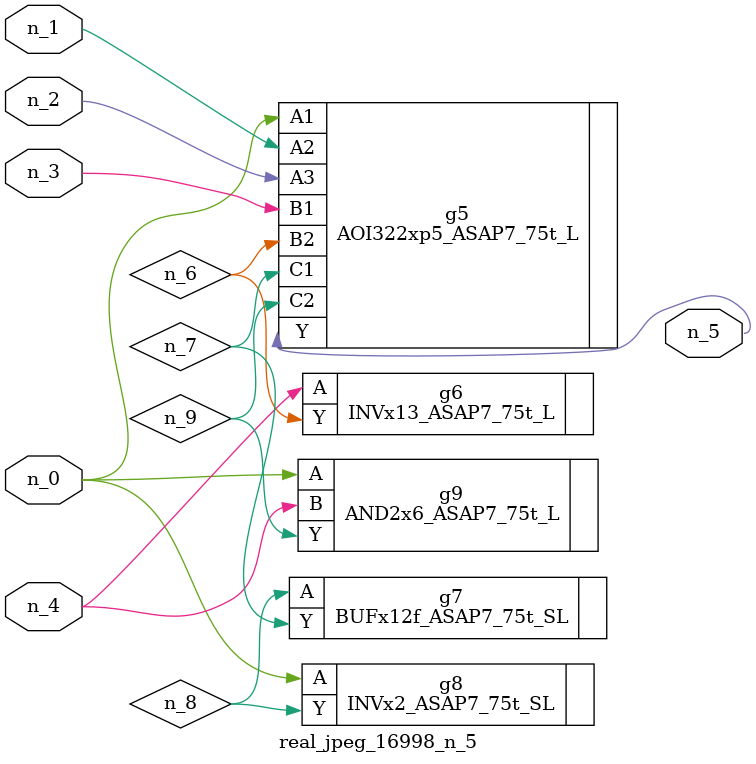
<source format=v>
module real_jpeg_16998_n_5 (n_4, n_0, n_1, n_2, n_3, n_5);

input n_4;
input n_0;
input n_1;
input n_2;
input n_3;

output n_5;

wire n_8;
wire n_6;
wire n_7;
wire n_9;

AOI322xp5_ASAP7_75t_L g5 ( 
.A1(n_0),
.A2(n_1),
.A3(n_2),
.B1(n_3),
.B2(n_6),
.C1(n_7),
.C2(n_9),
.Y(n_5)
);

INVx2_ASAP7_75t_SL g8 ( 
.A(n_0),
.Y(n_8)
);

AND2x6_ASAP7_75t_L g9 ( 
.A(n_0),
.B(n_4),
.Y(n_9)
);

INVx13_ASAP7_75t_L g6 ( 
.A(n_4),
.Y(n_6)
);

BUFx12f_ASAP7_75t_SL g7 ( 
.A(n_8),
.Y(n_7)
);


endmodule
</source>
